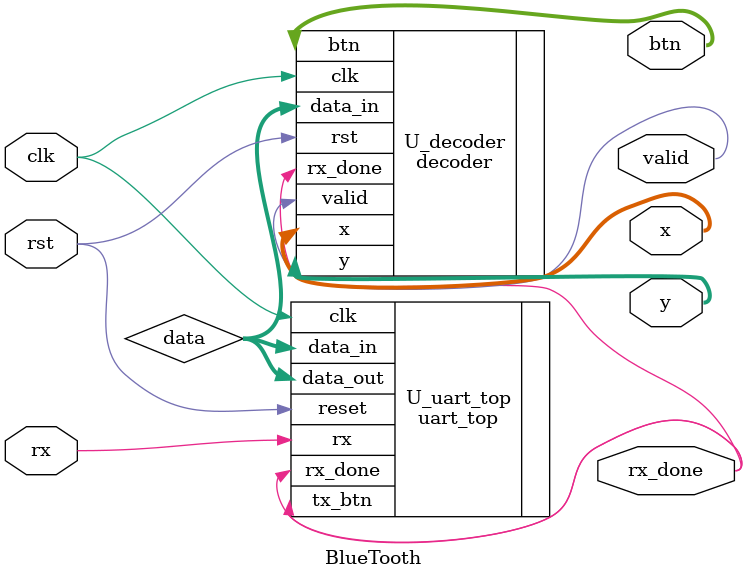
<source format=v>
`timescale 1ns / 1ps


module BlueTooth(
	input clk,
	input rst,
	input rx,
	output rx_done,
	output [7:0]x,
	output [7:0]y,
	output [7:0]btn,
	output valid
    );
	wire [7:0]data;
	
	uart_top #(
		.DVSR(27),.DATA_WIDTH(8), .SB_TICK(16)
	)U_uart_top (
		.clk(clk),
		.reset(rst),
		.rx(rx),
		.tx_btn(rx_done),
		.data_in(data),
		.data_out(data),
		.rx_done(rx_done)
	);
	decoder U_decoder(
		.clk(clk),
		.rx_done(rx_done),
		.data_in(data),
		.rst(rst),
		.x(x),
		.y(y),
		.btn(btn),
		.valid(valid)
    );
endmodule

</source>
